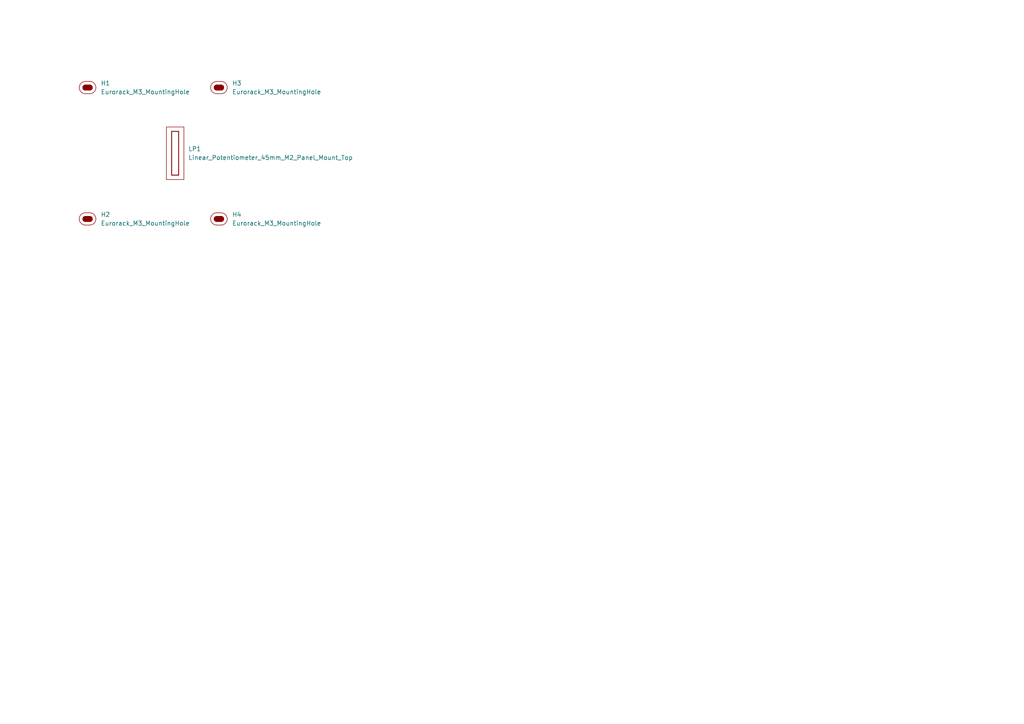
<source format=kicad_sch>
(kicad_sch (version 20250114) (generator "eeschema") (generator_version "9.0")
  (paper "A4")
  (lib_symbols
    (symbol "EXC:Eurorack_M3_MountingHole" (pin_names (offset 1.016))
      (property "Reference" "H" (at 0 5.08 0))
      (property "Value" "Eurorack_M3_MountingHole" (at 0 3.175 0))
      (symbol "Eurorack_M3_MountingHole_0_1"
        (polyline (pts (xy -0.635 0.762) (xy 0.635 0.762)))
        (circle (center -0.635 0) (radius 0.762) (fill (type outline)))
        (arc (start -0.635 -0.762) (mid -1.397 0) (end -0.635 0.762))
        (arc (start -0.635 -1.778) (mid -2.413 0) (end -0.635 1.778))
        (polyline (pts (xy -0.635 -0.762) (xy 0.635 -0.762)))
        (polyline (pts (xy -0.635 -1.778) (xy 0.635 -1.778)))
        (circle (center 0 0) (radius 0.762) (fill (type outline)))
        (polyline (pts (xy 0.635 1.778) (xy -0.635 1.778)))
        (arc (start 0.6141 1.778) (mid 2.4131 0) (end 0.6141 -1.778))
        (arc (start 0.6227 0.762) (mid 1.3971 0) (end 0.6227 -0.762))
        (circle (center 0.635 0) (radius 0.762) (fill (type outline)))
      )
    )
    (symbol "EXC:Linear_Potentiometer_45mm_M2_Panel_Mount_Top" (pin_numbers (hide yes)) (pin_names (offset 0))
      (property "Reference" "LP" (at 0 8.636 0))
      (property "Value" "Linear_Potentiometer_45mm_M2_Panel_Mount_Top" (at 0.254 -8.89 0))
      (symbol "Linear_Potentiometer_45mm_M2_Panel_Mount_Top_0_1"
        (rectangle (start -2.54 7.62) (end 2.54 -7.62))
        (rectangle (start -1.016 6.35) (end 1.016 -6.35) (stroke (width 0.254)))
      )
    )
  )
  (symbol (lib_id "EXC:Eurorack_M3_MountingHole") (at 25.4 25.4 0) (unit 1)
    (property "Reference" "H1" (at 29.21 24.1299 0) (effects (justify left)))
    (property "Value" "Eurorack_M3_MountingHole" (at 29.21 26.6699 0) (effects (justify left)))
    (property "Footprint" "EXC:MountingHole_3.2mm_M3" (effects (hide yes)))
    (property "Description" "Mounting Hole without connection" (effects (hide yes)))
  )
  (symbol (lib_id "EXC:Eurorack_M3_MountingHole") (at 63.5 25.4 0) (unit 1)
    (property "Reference" "H3" (at 67.31 24.1299 0) (effects (justify left)))
    (property "Value" "Eurorack_M3_MountingHole" (at 67.31 26.6699 0) (effects (justify left)))
    (property "Footprint" "EXC:MountingHole_3.2mm_M3" (effects (hide yes)))
    (property "Description" "Mounting Hole without connection" (effects (hide yes)))
  )
  (symbol (lib_id "EXC:Linear_Potentiometer_45mm_M2_Panel_Mount_Top") (at 50.8 44.45 0) (unit 1)
    (property "Reference" "LP1" (at 54.61 43.1799 0) (effects (justify left)))
    (property "Value" "Linear_Potentiometer_45mm_M2_Panel_Mount_Top" (at 54.61 45.7199 0) (effects (justify left)))
    (property "Footprint" "EXC:Linear_Potentiometer_45mm_M2_Panel_Mount_Top" (effects (hide yes)))
    (property "Datasheet" "https://cdn-shop.adafruit.com/product-files/4272/P4272+C13403-001+Data+Sheet+.pdf" (effects (hide yes)))
    (property "Description" "Slide Potentiometer with Knob - 45mm Long - 10KΩ. Panel-mounted with 2x M2 screws, 41mm apart." (effects (hide yes)))
    (property "Source" "https://www.adafruit.com/product/4272" (effects (hide yes)))
  )
  (symbol (lib_id "EXC:Eurorack_M3_MountingHole") (at 63.5 63.5 0) (unit 1)
    (property "Reference" "H4" (at 67.31 62.2299 0) (effects (justify left)))
    (property "Value" "Eurorack_M3_MountingHole" (at 67.31 64.7699 0) (effects (justify left)))
    (property "Footprint" "EXC:MountingHole_3.2mm_M3" (effects (hide yes)))
    (property "Description" "Mounting Hole without connection" (effects (hide yes)))
  )
  (symbol (lib_id "EXC:Eurorack_M3_MountingHole") (at 25.4 63.5 0) (unit 1)
    (property "Reference" "H2" (at 29.21 62.2299 0) (effects (justify left)))
    (property "Value" "Eurorack_M3_MountingHole" (at 29.21 64.7699 0) (effects (justify left)))
    (property "Footprint" "EXC:MountingHole_3.2mm_M3" (effects (hide yes)))
    (property "Description" "Mounting Hole without connection" (effects (hide yes)))
  )
)
</source>
